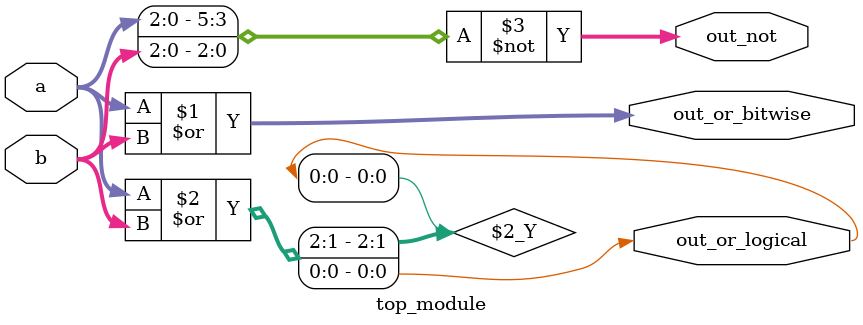
<source format=sv>
module top_module(
	input [2:0] a, 
	input [2:0] b, 
	output [2:0] out_or_bitwise,
	output out_or_logical,
	output [5:0] out_not
);
	assign out_or_bitwise = a | b;
	assign out_or_logical = a | b;
	assign out_not = ~{a, b};
endmodule

</source>
